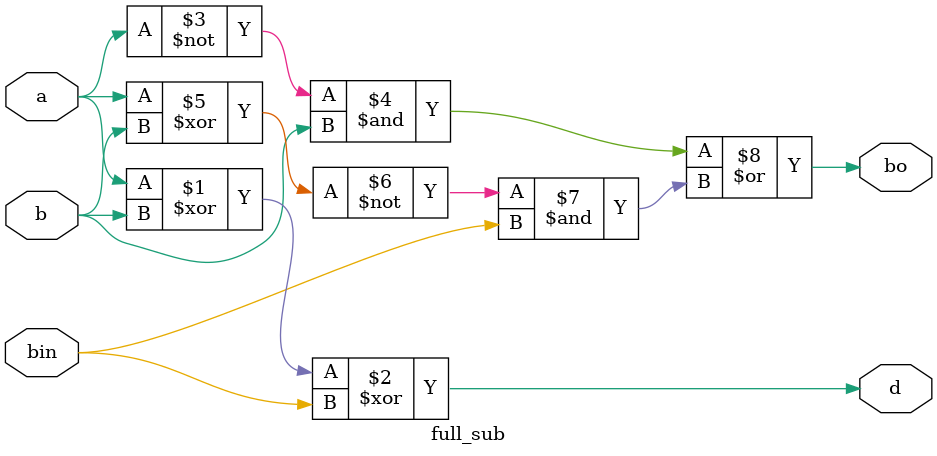
<source format=v>
module full_sub(input a,b,bin,
                output d,bo);

assign d = a^b^bin;
  assign bo= (~a & b) | (~(a ^ b) & bin); 

endmodule

</source>
